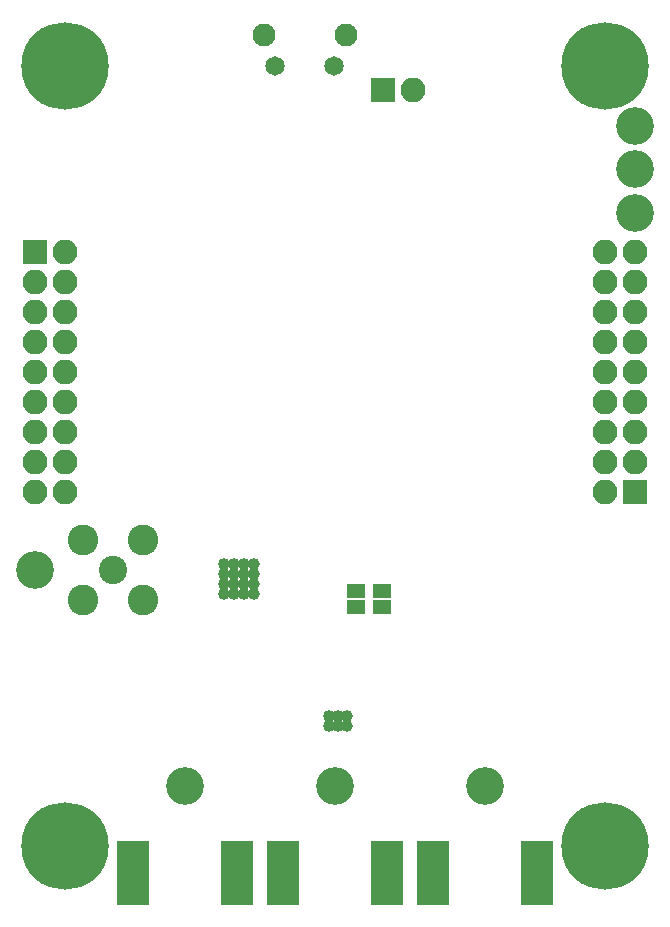
<source format=gbs>
%TF.GenerationSoftware,KiCad,Pcbnew,4.0.6*%
%TF.CreationDate,2017-05-01T22:06:24-07:00*%
%TF.ProjectId,rev3,726576332E6B696361645F7063620000,rev?*%
%TF.FileFunction,Soldermask,Bot*%
%FSLAX46Y46*%
G04 Gerber Fmt 4.6, Leading zero omitted, Abs format (unit mm)*
G04 Created by KiCad (PCBNEW 4.0.6) date 05/01/17 22:06:24*
%MOMM*%
%LPD*%
G01*
G04 APERTURE LIST*
%ADD10C,0.100000*%
%ADD11C,7.400000*%
%ADD12C,1.000000*%
%ADD13R,2.100000X2.100000*%
%ADD14O,2.100000X2.100000*%
%ADD15C,3.200000*%
%ADD16C,2.600000*%
%ADD17C,2.400000*%
%ADD18R,2.820000X5.480000*%
%ADD19R,1.600000X1.300000*%
%ADD20C,1.650000*%
%ADD21C,1.950000*%
%ADD22C,1.009600*%
G04 APERTURE END LIST*
D10*
D11*
X127000000Y-104140000D03*
D12*
X129625000Y-104140000D03*
X128856155Y-105996155D03*
X127000000Y-106765000D03*
X125143845Y-105996155D03*
X124375000Y-104140000D03*
X125143845Y-102283845D03*
X127000000Y-101515000D03*
X128856155Y-102283845D03*
D11*
X172720000Y-104140000D03*
D12*
X175345000Y-104140000D03*
X174576155Y-105996155D03*
X172720000Y-106765000D03*
X170863845Y-105996155D03*
X170095000Y-104140000D03*
X170863845Y-102283845D03*
X172720000Y-101515000D03*
X174576155Y-102283845D03*
D11*
X172720000Y-38100000D03*
D12*
X175345000Y-38100000D03*
X174576155Y-39956155D03*
X172720000Y-40725000D03*
X170863845Y-39956155D03*
X170095000Y-38100000D03*
X170863845Y-36243845D03*
X172720000Y-35475000D03*
X174576155Y-36243845D03*
D13*
X124460000Y-53848000D03*
D14*
X127000000Y-53848000D03*
X124460000Y-56388000D03*
X127000000Y-56388000D03*
X124460000Y-58928000D03*
X127000000Y-58928000D03*
X124460000Y-61468000D03*
X127000000Y-61468000D03*
X124460000Y-64008000D03*
X127000000Y-64008000D03*
X124460000Y-66548000D03*
X127000000Y-66548000D03*
X124460000Y-69088000D03*
X127000000Y-69088000D03*
X124460000Y-71628000D03*
X127000000Y-71628000D03*
X124460000Y-74168000D03*
X127000000Y-74168000D03*
D15*
X175260000Y-50546000D03*
X175298100Y-43180000D03*
X175260000Y-46863000D03*
D16*
X128524000Y-83312000D03*
X128524000Y-78232000D03*
X133604000Y-78232000D03*
X133604000Y-83312000D03*
D17*
X131064000Y-80772000D03*
D18*
X158180000Y-106426000D03*
X166940000Y-106426000D03*
D13*
X175260000Y-74168000D03*
D14*
X172720000Y-74168000D03*
X175260000Y-71628000D03*
X172720000Y-71628000D03*
X175260000Y-69088000D03*
X172720000Y-69088000D03*
X175260000Y-66548000D03*
X172720000Y-66548000D03*
X175260000Y-64008000D03*
X172720000Y-64008000D03*
X175260000Y-61468000D03*
X172720000Y-61468000D03*
X175260000Y-58928000D03*
X172720000Y-58928000D03*
X175260000Y-56388000D03*
X172720000Y-56388000D03*
X175260000Y-53848000D03*
X172720000Y-53848000D03*
D18*
X132780000Y-106426000D03*
X141540000Y-106426000D03*
X145480000Y-106426000D03*
X154240000Y-106426000D03*
D13*
X153924000Y-40132000D03*
D14*
X156464000Y-40132000D03*
D19*
X151650093Y-83966739D03*
X153850093Y-83966739D03*
X153840093Y-82606739D03*
X151640093Y-82606739D03*
D15*
X124460000Y-80772000D03*
X162560000Y-99060000D03*
X137160000Y-99060000D03*
X149860000Y-99060000D03*
D11*
X127000000Y-38100000D03*
D12*
X129625000Y-38100000D03*
X128856155Y-39956155D03*
X127000000Y-40725000D03*
X125143845Y-39956155D03*
X124375000Y-38100000D03*
X125143845Y-36243845D03*
X127000000Y-35475000D03*
X128856155Y-36243845D03*
D20*
X149820000Y-38180000D03*
X144820000Y-38180000D03*
D21*
X150820000Y-35480000D03*
X143820000Y-35480000D03*
D22*
X149324600Y-93131744D03*
X150113000Y-93131744D03*
X150901400Y-93131744D03*
X149324600Y-93978544D03*
X150113000Y-93978544D03*
X150901400Y-93978544D03*
X143035306Y-80291684D03*
X143035306Y-81141684D03*
X143035306Y-81991684D03*
X143035306Y-82841684D03*
X142185306Y-80291684D03*
X142185306Y-81141684D03*
X142185306Y-81991684D03*
X142185306Y-82841684D03*
X141335306Y-80291684D03*
X141335306Y-81141684D03*
X141335306Y-81991684D03*
X141335306Y-82841684D03*
X140485306Y-80291684D03*
X140485306Y-81141684D03*
X140485306Y-81991684D03*
X140485306Y-82841684D03*
M02*

</source>
